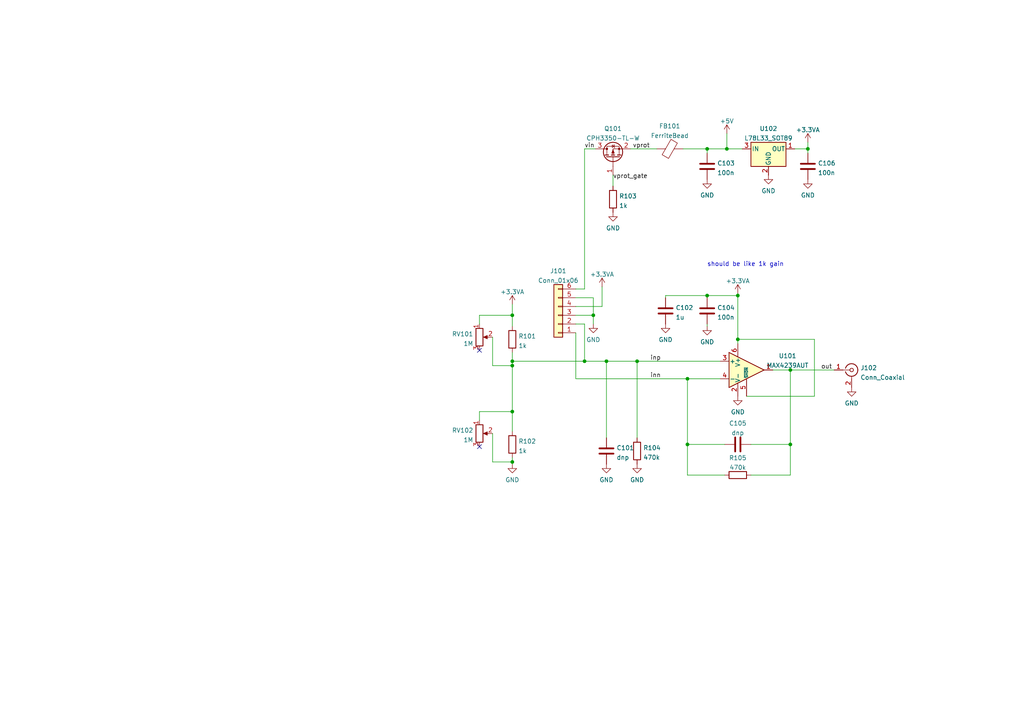
<source format=kicad_sch>
(kicad_sch (version 20211123) (generator eeschema)

  (uuid e63e39d7-6ac0-4ffd-8aa3-1841a4541b55)

  (paper "A4")

  (lib_symbols
    (symbol "Amplifier_Operational:MAX4239AUT" (pin_names (offset 0.127)) (in_bom yes) (on_board yes)
      (property "Reference" "U" (id 0) (at 0 6.35 0)
        (effects (font (size 1.27 1.27)) (justify left))
      )
      (property "Value" "MAX4239AUT" (id 1) (at 0 3.81 0)
        (effects (font (size 1.27 1.27)) (justify left))
      )
      (property "Footprint" "Package_TO_SOT_SMD:SOT-23-6" (id 2) (at 0 0 0)
        (effects (font (size 1.27 1.27)) hide)
      )
      (property "Datasheet" "http://datasheets.maximintegrated.com/en/ds/MAX4238-MAX4239.pdf" (id 3) (at 3.81 3.81 0)
        (effects (font (size 1.27 1.27)) hide)
      )
      (property "ki_keywords" "single opamp" (id 4) (at 0 0 0)
        (effects (font (size 1.27 1.27)) hide)
      )
      (property "ki_description" "Ultra-Low Offset/Drift, Low-Noise, Precision Amplifiers, SOT-23-6" (id 5) (at 0 0 0)
        (effects (font (size 1.27 1.27)) hide)
      )
      (property "ki_fp_filters" "SOT?23*" (id 6) (at 0 0 0)
        (effects (font (size 1.27 1.27)) hide)
      )
      (symbol "MAX4239AUT_0_1"
        (polyline
          (pts
            (xy -5.08 5.08)
            (xy 5.08 0)
            (xy -5.08 -5.08)
            (xy -5.08 5.08)
          )
          (stroke (width 0.254) (type default) (color 0 0 0 0))
          (fill (type background))
        )
      )
      (symbol "MAX4239AUT_1_1"
        (pin output line (at 7.62 0 180) (length 2.54)
          (name "~" (effects (font (size 1.27 1.27))))
          (number "1" (effects (font (size 1.27 1.27))))
        )
        (pin power_in line (at -2.54 -7.62 90) (length 3.81)
          (name "V-" (effects (font (size 1.27 1.27))))
          (number "2" (effects (font (size 1.27 1.27))))
        )
        (pin input line (at -7.62 2.54 0) (length 2.54)
          (name "+" (effects (font (size 1.27 1.27))))
          (number "3" (effects (font (size 1.27 1.27))))
        )
        (pin input line (at -7.62 -2.54 0) (length 2.54)
          (name "-" (effects (font (size 1.27 1.27))))
          (number "4" (effects (font (size 1.27 1.27))))
        )
        (pin input line (at 0 -7.62 90) (length 5.08)
          (name "~{SHDN}" (effects (font (size 0.762 0.762))))
          (number "5" (effects (font (size 1.27 1.27))))
        )
        (pin power_in line (at -2.54 7.62 270) (length 3.81)
          (name "V+" (effects (font (size 1.27 1.27))))
          (number "6" (effects (font (size 1.27 1.27))))
        )
      )
    )
    (symbol "Connector:Conn_Coaxial" (pin_names (offset 1.016) hide) (in_bom yes) (on_board yes)
      (property "Reference" "J" (id 0) (at 0.254 3.048 0)
        (effects (font (size 1.27 1.27)))
      )
      (property "Value" "Conn_Coaxial" (id 1) (at 2.921 0 90)
        (effects (font (size 1.27 1.27)))
      )
      (property "Footprint" "" (id 2) (at 0 0 0)
        (effects (font (size 1.27 1.27)) hide)
      )
      (property "Datasheet" " ~" (id 3) (at 0 0 0)
        (effects (font (size 1.27 1.27)) hide)
      )
      (property "ki_keywords" "BNC SMA SMB SMC LEMO coaxial connector CINCH RCA" (id 4) (at 0 0 0)
        (effects (font (size 1.27 1.27)) hide)
      )
      (property "ki_description" "coaxial connector (BNC, SMA, SMB, SMC, Cinch/RCA, LEMO, ...)" (id 5) (at 0 0 0)
        (effects (font (size 1.27 1.27)) hide)
      )
      (property "ki_fp_filters" "*BNC* *SMA* *SMB* *SMC* *Cinch* *LEMO*" (id 6) (at 0 0 0)
        (effects (font (size 1.27 1.27)) hide)
      )
      (symbol "Conn_Coaxial_0_1"
        (arc (start -1.778 -0.508) (mid 0.222 -1.808) (end 1.778 0)
          (stroke (width 0.254) (type default) (color 0 0 0 0))
          (fill (type none))
        )
        (polyline
          (pts
            (xy -2.54 0)
            (xy -0.508 0)
          )
          (stroke (width 0) (type default) (color 0 0 0 0))
          (fill (type none))
        )
        (polyline
          (pts
            (xy 0 -2.54)
            (xy 0 -1.778)
          )
          (stroke (width 0) (type default) (color 0 0 0 0))
          (fill (type none))
        )
        (circle (center 0 0) (radius 0.508)
          (stroke (width 0.2032) (type default) (color 0 0 0 0))
          (fill (type none))
        )
        (arc (start 1.778 0) (mid 0.222 1.8083) (end -1.778 0.508)
          (stroke (width 0.254) (type default) (color 0 0 0 0))
          (fill (type none))
        )
      )
      (symbol "Conn_Coaxial_1_1"
        (pin passive line (at -5.08 0 0) (length 2.54)
          (name "In" (effects (font (size 1.27 1.27))))
          (number "1" (effects (font (size 1.27 1.27))))
        )
        (pin passive line (at 0 -5.08 90) (length 2.54)
          (name "Ext" (effects (font (size 1.27 1.27))))
          (number "2" (effects (font (size 1.27 1.27))))
        )
      )
    )
    (symbol "Connector_Generic:Conn_01x06" (pin_names (offset 1.016) hide) (in_bom yes) (on_board yes)
      (property "Reference" "J" (id 0) (at 0 7.62 0)
        (effects (font (size 1.27 1.27)))
      )
      (property "Value" "Conn_01x06" (id 1) (at 0 -10.16 0)
        (effects (font (size 1.27 1.27)))
      )
      (property "Footprint" "" (id 2) (at 0 0 0)
        (effects (font (size 1.27 1.27)) hide)
      )
      (property "Datasheet" "~" (id 3) (at 0 0 0)
        (effects (font (size 1.27 1.27)) hide)
      )
      (property "ki_keywords" "connector" (id 4) (at 0 0 0)
        (effects (font (size 1.27 1.27)) hide)
      )
      (property "ki_description" "Generic connector, single row, 01x06, script generated (kicad-library-utils/schlib/autogen/connector/)" (id 5) (at 0 0 0)
        (effects (font (size 1.27 1.27)) hide)
      )
      (property "ki_fp_filters" "Connector*:*_1x??_*" (id 6) (at 0 0 0)
        (effects (font (size 1.27 1.27)) hide)
      )
      (symbol "Conn_01x06_1_1"
        (rectangle (start -1.27 -7.493) (end 0 -7.747)
          (stroke (width 0.1524) (type default) (color 0 0 0 0))
          (fill (type none))
        )
        (rectangle (start -1.27 -4.953) (end 0 -5.207)
          (stroke (width 0.1524) (type default) (color 0 0 0 0))
          (fill (type none))
        )
        (rectangle (start -1.27 -2.413) (end 0 -2.667)
          (stroke (width 0.1524) (type default) (color 0 0 0 0))
          (fill (type none))
        )
        (rectangle (start -1.27 0.127) (end 0 -0.127)
          (stroke (width 0.1524) (type default) (color 0 0 0 0))
          (fill (type none))
        )
        (rectangle (start -1.27 2.667) (end 0 2.413)
          (stroke (width 0.1524) (type default) (color 0 0 0 0))
          (fill (type none))
        )
        (rectangle (start -1.27 5.207) (end 0 4.953)
          (stroke (width 0.1524) (type default) (color 0 0 0 0))
          (fill (type none))
        )
        (rectangle (start -1.27 6.35) (end 1.27 -8.89)
          (stroke (width 0.254) (type default) (color 0 0 0 0))
          (fill (type background))
        )
        (pin passive line (at -5.08 5.08 0) (length 3.81)
          (name "Pin_1" (effects (font (size 1.27 1.27))))
          (number "1" (effects (font (size 1.27 1.27))))
        )
        (pin passive line (at -5.08 2.54 0) (length 3.81)
          (name "Pin_2" (effects (font (size 1.27 1.27))))
          (number "2" (effects (font (size 1.27 1.27))))
        )
        (pin passive line (at -5.08 0 0) (length 3.81)
          (name "Pin_3" (effects (font (size 1.27 1.27))))
          (number "3" (effects (font (size 1.27 1.27))))
        )
        (pin passive line (at -5.08 -2.54 0) (length 3.81)
          (name "Pin_4" (effects (font (size 1.27 1.27))))
          (number "4" (effects (font (size 1.27 1.27))))
        )
        (pin passive line (at -5.08 -5.08 0) (length 3.81)
          (name "Pin_5" (effects (font (size 1.27 1.27))))
          (number "5" (effects (font (size 1.27 1.27))))
        )
        (pin passive line (at -5.08 -7.62 0) (length 3.81)
          (name "Pin_6" (effects (font (size 1.27 1.27))))
          (number "6" (effects (font (size 1.27 1.27))))
        )
      )
    )
    (symbol "Device:C" (pin_numbers hide) (pin_names (offset 0.254)) (in_bom yes) (on_board yes)
      (property "Reference" "C" (id 0) (at 0.635 2.54 0)
        (effects (font (size 1.27 1.27)) (justify left))
      )
      (property "Value" "C" (id 1) (at 0.635 -2.54 0)
        (effects (font (size 1.27 1.27)) (justify left))
      )
      (property "Footprint" "" (id 2) (at 0.9652 -3.81 0)
        (effects (font (size 1.27 1.27)) hide)
      )
      (property "Datasheet" "~" (id 3) (at 0 0 0)
        (effects (font (size 1.27 1.27)) hide)
      )
      (property "ki_keywords" "cap capacitor" (id 4) (at 0 0 0)
        (effects (font (size 1.27 1.27)) hide)
      )
      (property "ki_description" "Unpolarized capacitor" (id 5) (at 0 0 0)
        (effects (font (size 1.27 1.27)) hide)
      )
      (property "ki_fp_filters" "C_*" (id 6) (at 0 0 0)
        (effects (font (size 1.27 1.27)) hide)
      )
      (symbol "C_0_1"
        (polyline
          (pts
            (xy -2.032 -0.762)
            (xy 2.032 -0.762)
          )
          (stroke (width 0.508) (type default) (color 0 0 0 0))
          (fill (type none))
        )
        (polyline
          (pts
            (xy -2.032 0.762)
            (xy 2.032 0.762)
          )
          (stroke (width 0.508) (type default) (color 0 0 0 0))
          (fill (type none))
        )
      )
      (symbol "C_1_1"
        (pin passive line (at 0 3.81 270) (length 2.794)
          (name "~" (effects (font (size 1.27 1.27))))
          (number "1" (effects (font (size 1.27 1.27))))
        )
        (pin passive line (at 0 -3.81 90) (length 2.794)
          (name "~" (effects (font (size 1.27 1.27))))
          (number "2" (effects (font (size 1.27 1.27))))
        )
      )
    )
    (symbol "Device:FerriteBead" (pin_numbers hide) (pin_names (offset 0)) (in_bom yes) (on_board yes)
      (property "Reference" "FB" (id 0) (at -3.81 0.635 90)
        (effects (font (size 1.27 1.27)))
      )
      (property "Value" "FerriteBead" (id 1) (at 3.81 0 90)
        (effects (font (size 1.27 1.27)))
      )
      (property "Footprint" "" (id 2) (at -1.778 0 90)
        (effects (font (size 1.27 1.27)) hide)
      )
      (property "Datasheet" "~" (id 3) (at 0 0 0)
        (effects (font (size 1.27 1.27)) hide)
      )
      (property "ki_keywords" "L ferrite bead inductor filter" (id 4) (at 0 0 0)
        (effects (font (size 1.27 1.27)) hide)
      )
      (property "ki_description" "Ferrite bead" (id 5) (at 0 0 0)
        (effects (font (size 1.27 1.27)) hide)
      )
      (property "ki_fp_filters" "Inductor_* L_* *Ferrite*" (id 6) (at 0 0 0)
        (effects (font (size 1.27 1.27)) hide)
      )
      (symbol "FerriteBead_0_1"
        (polyline
          (pts
            (xy 0 -1.27)
            (xy 0 -1.2192)
          )
          (stroke (width 0) (type default) (color 0 0 0 0))
          (fill (type none))
        )
        (polyline
          (pts
            (xy 0 1.27)
            (xy 0 1.2954)
          )
          (stroke (width 0) (type default) (color 0 0 0 0))
          (fill (type none))
        )
        (polyline
          (pts
            (xy -2.7686 0.4064)
            (xy -1.7018 2.2606)
            (xy 2.7686 -0.3048)
            (xy 1.6764 -2.159)
            (xy -2.7686 0.4064)
          )
          (stroke (width 0) (type default) (color 0 0 0 0))
          (fill (type none))
        )
      )
      (symbol "FerriteBead_1_1"
        (pin passive line (at 0 3.81 270) (length 2.54)
          (name "~" (effects (font (size 1.27 1.27))))
          (number "1" (effects (font (size 1.27 1.27))))
        )
        (pin passive line (at 0 -3.81 90) (length 2.54)
          (name "~" (effects (font (size 1.27 1.27))))
          (number "2" (effects (font (size 1.27 1.27))))
        )
      )
    )
    (symbol "Device:Q_PMOS_GSD" (pin_names (offset 0) hide) (in_bom yes) (on_board yes)
      (property "Reference" "Q" (id 0) (at 5.08 1.27 0)
        (effects (font (size 1.27 1.27)) (justify left))
      )
      (property "Value" "Q_PMOS_GSD" (id 1) (at 5.08 -1.27 0)
        (effects (font (size 1.27 1.27)) (justify left))
      )
      (property "Footprint" "" (id 2) (at 5.08 2.54 0)
        (effects (font (size 1.27 1.27)) hide)
      )
      (property "Datasheet" "~" (id 3) (at 0 0 0)
        (effects (font (size 1.27 1.27)) hide)
      )
      (property "ki_keywords" "transistor PMOS P-MOS P-MOSFET" (id 4) (at 0 0 0)
        (effects (font (size 1.27 1.27)) hide)
      )
      (property "ki_description" "P-MOSFET transistor, gate/source/drain" (id 5) (at 0 0 0)
        (effects (font (size 1.27 1.27)) hide)
      )
      (symbol "Q_PMOS_GSD_0_1"
        (polyline
          (pts
            (xy 0.254 0)
            (xy -2.54 0)
          )
          (stroke (width 0) (type default) (color 0 0 0 0))
          (fill (type none))
        )
        (polyline
          (pts
            (xy 0.254 1.905)
            (xy 0.254 -1.905)
          )
          (stroke (width 0.254) (type default) (color 0 0 0 0))
          (fill (type none))
        )
        (polyline
          (pts
            (xy 0.762 -1.27)
            (xy 0.762 -2.286)
          )
          (stroke (width 0.254) (type default) (color 0 0 0 0))
          (fill (type none))
        )
        (polyline
          (pts
            (xy 0.762 0.508)
            (xy 0.762 -0.508)
          )
          (stroke (width 0.254) (type default) (color 0 0 0 0))
          (fill (type none))
        )
        (polyline
          (pts
            (xy 0.762 2.286)
            (xy 0.762 1.27)
          )
          (stroke (width 0.254) (type default) (color 0 0 0 0))
          (fill (type none))
        )
        (polyline
          (pts
            (xy 2.54 2.54)
            (xy 2.54 1.778)
          )
          (stroke (width 0) (type default) (color 0 0 0 0))
          (fill (type none))
        )
        (polyline
          (pts
            (xy 2.54 -2.54)
            (xy 2.54 0)
            (xy 0.762 0)
          )
          (stroke (width 0) (type default) (color 0 0 0 0))
          (fill (type none))
        )
        (polyline
          (pts
            (xy 0.762 1.778)
            (xy 3.302 1.778)
            (xy 3.302 -1.778)
            (xy 0.762 -1.778)
          )
          (stroke (width 0) (type default) (color 0 0 0 0))
          (fill (type none))
        )
        (polyline
          (pts
            (xy 2.286 0)
            (xy 1.27 0.381)
            (xy 1.27 -0.381)
            (xy 2.286 0)
          )
          (stroke (width 0) (type default) (color 0 0 0 0))
          (fill (type outline))
        )
        (polyline
          (pts
            (xy 2.794 -0.508)
            (xy 2.921 -0.381)
            (xy 3.683 -0.381)
            (xy 3.81 -0.254)
          )
          (stroke (width 0) (type default) (color 0 0 0 0))
          (fill (type none))
        )
        (polyline
          (pts
            (xy 3.302 -0.381)
            (xy 2.921 0.254)
            (xy 3.683 0.254)
            (xy 3.302 -0.381)
          )
          (stroke (width 0) (type default) (color 0 0 0 0))
          (fill (type none))
        )
        (circle (center 1.651 0) (radius 2.794)
          (stroke (width 0.254) (type default) (color 0 0 0 0))
          (fill (type none))
        )
        (circle (center 2.54 -1.778) (radius 0.254)
          (stroke (width 0) (type default) (color 0 0 0 0))
          (fill (type outline))
        )
        (circle (center 2.54 1.778) (radius 0.254)
          (stroke (width 0) (type default) (color 0 0 0 0))
          (fill (type outline))
        )
      )
      (symbol "Q_PMOS_GSD_1_1"
        (pin input line (at -5.08 0 0) (length 2.54)
          (name "G" (effects (font (size 1.27 1.27))))
          (number "1" (effects (font (size 1.27 1.27))))
        )
        (pin passive line (at 2.54 -5.08 90) (length 2.54)
          (name "S" (effects (font (size 1.27 1.27))))
          (number "2" (effects (font (size 1.27 1.27))))
        )
        (pin passive line (at 2.54 5.08 270) (length 2.54)
          (name "D" (effects (font (size 1.27 1.27))))
          (number "3" (effects (font (size 1.27 1.27))))
        )
      )
    )
    (symbol "Device:R" (pin_numbers hide) (pin_names (offset 0)) (in_bom yes) (on_board yes)
      (property "Reference" "R" (id 0) (at 2.032 0 90)
        (effects (font (size 1.27 1.27)))
      )
      (property "Value" "R" (id 1) (at 0 0 90)
        (effects (font (size 1.27 1.27)))
      )
      (property "Footprint" "" (id 2) (at -1.778 0 90)
        (effects (font (size 1.27 1.27)) hide)
      )
      (property "Datasheet" "~" (id 3) (at 0 0 0)
        (effects (font (size 1.27 1.27)) hide)
      )
      (property "ki_keywords" "R res resistor" (id 4) (at 0 0 0)
        (effects (font (size 1.27 1.27)) hide)
      )
      (property "ki_description" "Resistor" (id 5) (at 0 0 0)
        (effects (font (size 1.27 1.27)) hide)
      )
      (property "ki_fp_filters" "R_*" (id 6) (at 0 0 0)
        (effects (font (size 1.27 1.27)) hide)
      )
      (symbol "R_0_1"
        (rectangle (start -1.016 -2.54) (end 1.016 2.54)
          (stroke (width 0.254) (type default) (color 0 0 0 0))
          (fill (type none))
        )
      )
      (symbol "R_1_1"
        (pin passive line (at 0 3.81 270) (length 1.27)
          (name "~" (effects (font (size 1.27 1.27))))
          (number "1" (effects (font (size 1.27 1.27))))
        )
        (pin passive line (at 0 -3.81 90) (length 1.27)
          (name "~" (effects (font (size 1.27 1.27))))
          (number "2" (effects (font (size 1.27 1.27))))
        )
      )
    )
    (symbol "Device:R_Potentiometer" (pin_names (offset 1.016) hide) (in_bom yes) (on_board yes)
      (property "Reference" "RV" (id 0) (at -4.445 0 90)
        (effects (font (size 1.27 1.27)))
      )
      (property "Value" "R_Potentiometer" (id 1) (at -2.54 0 90)
        (effects (font (size 1.27 1.27)))
      )
      (property "Footprint" "" (id 2) (at 0 0 0)
        (effects (font (size 1.27 1.27)) hide)
      )
      (property "Datasheet" "~" (id 3) (at 0 0 0)
        (effects (font (size 1.27 1.27)) hide)
      )
      (property "ki_keywords" "resistor variable" (id 4) (at 0 0 0)
        (effects (font (size 1.27 1.27)) hide)
      )
      (property "ki_description" "Potentiometer" (id 5) (at 0 0 0)
        (effects (font (size 1.27 1.27)) hide)
      )
      (property "ki_fp_filters" "Potentiometer*" (id 6) (at 0 0 0)
        (effects (font (size 1.27 1.27)) hide)
      )
      (symbol "R_Potentiometer_0_1"
        (polyline
          (pts
            (xy 2.54 0)
            (xy 1.524 0)
          )
          (stroke (width 0) (type default) (color 0 0 0 0))
          (fill (type none))
        )
        (polyline
          (pts
            (xy 1.143 0)
            (xy 2.286 0.508)
            (xy 2.286 -0.508)
            (xy 1.143 0)
          )
          (stroke (width 0) (type default) (color 0 0 0 0))
          (fill (type outline))
        )
        (rectangle (start 1.016 2.54) (end -1.016 -2.54)
          (stroke (width 0.254) (type default) (color 0 0 0 0))
          (fill (type none))
        )
      )
      (symbol "R_Potentiometer_1_1"
        (pin passive line (at 0 3.81 270) (length 1.27)
          (name "1" (effects (font (size 1.27 1.27))))
          (number "1" (effects (font (size 1.27 1.27))))
        )
        (pin passive line (at 3.81 0 180) (length 1.27)
          (name "2" (effects (font (size 1.27 1.27))))
          (number "2" (effects (font (size 1.27 1.27))))
        )
        (pin passive line (at 0 -3.81 90) (length 1.27)
          (name "3" (effects (font (size 1.27 1.27))))
          (number "3" (effects (font (size 1.27 1.27))))
        )
      )
    )
    (symbol "Regulator_Linear:L78L33_SOT89" (pin_names (offset 0.254)) (in_bom yes) (on_board yes)
      (property "Reference" "U" (id 0) (at -3.81 3.175 0)
        (effects (font (size 1.27 1.27)))
      )
      (property "Value" "L78L33_SOT89" (id 1) (at -0.635 3.175 0)
        (effects (font (size 1.27 1.27)) (justify left))
      )
      (property "Footprint" "Package_TO_SOT_SMD:SOT-89-3" (id 2) (at 0 5.08 0)
        (effects (font (size 1.27 1.27) italic) hide)
      )
      (property "Datasheet" "http://www.st.com/content/ccc/resource/technical/document/datasheet/15/55/e5/aa/23/5b/43/fd/CD00000446.pdf/files/CD00000446.pdf/jcr:content/translations/en.CD00000446.pdf" (id 3) (at 0 -1.27 0)
        (effects (font (size 1.27 1.27)) hide)
      )
      (property "ki_keywords" "Voltage Regulator 100mA Positive" (id 4) (at 0 0 0)
        (effects (font (size 1.27 1.27)) hide)
      )
      (property "ki_description" "Positive 100mA 30V Linear Regulator, Fixed Output 3.3V, SOT-89" (id 5) (at 0 0 0)
        (effects (font (size 1.27 1.27)) hide)
      )
      (property "ki_fp_filters" "SOT?89*" (id 6) (at 0 0 0)
        (effects (font (size 1.27 1.27)) hide)
      )
      (symbol "L78L33_SOT89_0_1"
        (rectangle (start -5.08 1.905) (end 5.08 -5.08)
          (stroke (width 0.254) (type default) (color 0 0 0 0))
          (fill (type background))
        )
      )
      (symbol "L78L33_SOT89_1_1"
        (pin power_out line (at 7.62 0 180) (length 2.54)
          (name "OUT" (effects (font (size 1.27 1.27))))
          (number "1" (effects (font (size 1.27 1.27))))
        )
        (pin power_in line (at 0 -7.62 90) (length 2.54)
          (name "GND" (effects (font (size 1.27 1.27))))
          (number "2" (effects (font (size 1.27 1.27))))
        )
        (pin power_in line (at -7.62 0 0) (length 2.54)
          (name "IN" (effects (font (size 1.27 1.27))))
          (number "3" (effects (font (size 1.27 1.27))))
        )
      )
    )
    (symbol "power:+3.3VA" (power) (pin_names (offset 0)) (in_bom yes) (on_board yes)
      (property "Reference" "#PWR" (id 0) (at 0 -3.81 0)
        (effects (font (size 1.27 1.27)) hide)
      )
      (property "Value" "+3.3VA" (id 1) (at 0 3.556 0)
        (effects (font (size 1.27 1.27)))
      )
      (property "Footprint" "" (id 2) (at 0 0 0)
        (effects (font (size 1.27 1.27)) hide)
      )
      (property "Datasheet" "" (id 3) (at 0 0 0)
        (effects (font (size 1.27 1.27)) hide)
      )
      (property "ki_keywords" "power-flag" (id 4) (at 0 0 0)
        (effects (font (size 1.27 1.27)) hide)
      )
      (property "ki_description" "Power symbol creates a global label with name \"+3.3VA\"" (id 5) (at 0 0 0)
        (effects (font (size 1.27 1.27)) hide)
      )
      (symbol "+3.3VA_0_1"
        (polyline
          (pts
            (xy -0.762 1.27)
            (xy 0 2.54)
          )
          (stroke (width 0) (type default) (color 0 0 0 0))
          (fill (type none))
        )
        (polyline
          (pts
            (xy 0 0)
            (xy 0 2.54)
          )
          (stroke (width 0) (type default) (color 0 0 0 0))
          (fill (type none))
        )
        (polyline
          (pts
            (xy 0 2.54)
            (xy 0.762 1.27)
          )
          (stroke (width 0) (type default) (color 0 0 0 0))
          (fill (type none))
        )
      )
      (symbol "+3.3VA_1_1"
        (pin power_in line (at 0 0 90) (length 0) hide
          (name "+3.3VA" (effects (font (size 1.27 1.27))))
          (number "1" (effects (font (size 1.27 1.27))))
        )
      )
    )
    (symbol "power:+5V" (power) (pin_names (offset 0)) (in_bom yes) (on_board yes)
      (property "Reference" "#PWR" (id 0) (at 0 -3.81 0)
        (effects (font (size 1.27 1.27)) hide)
      )
      (property "Value" "+5V" (id 1) (at 0 3.556 0)
        (effects (font (size 1.27 1.27)))
      )
      (property "Footprint" "" (id 2) (at 0 0 0)
        (effects (font (size 1.27 1.27)) hide)
      )
      (property "Datasheet" "" (id 3) (at 0 0 0)
        (effects (font (size 1.27 1.27)) hide)
      )
      (property "ki_keywords" "power-flag" (id 4) (at 0 0 0)
        (effects (font (size 1.27 1.27)) hide)
      )
      (property "ki_description" "Power symbol creates a global label with name \"+5V\"" (id 5) (at 0 0 0)
        (effects (font (size 1.27 1.27)) hide)
      )
      (symbol "+5V_0_1"
        (polyline
          (pts
            (xy -0.762 1.27)
            (xy 0 2.54)
          )
          (stroke (width 0) (type default) (color 0 0 0 0))
          (fill (type none))
        )
        (polyline
          (pts
            (xy 0 0)
            (xy 0 2.54)
          )
          (stroke (width 0) (type default) (color 0 0 0 0))
          (fill (type none))
        )
        (polyline
          (pts
            (xy 0 2.54)
            (xy 0.762 1.27)
          )
          (stroke (width 0) (type default) (color 0 0 0 0))
          (fill (type none))
        )
      )
      (symbol "+5V_1_1"
        (pin power_in line (at 0 0 90) (length 0) hide
          (name "+5V" (effects (font (size 1.27 1.27))))
          (number "1" (effects (font (size 1.27 1.27))))
        )
      )
    )
    (symbol "power:GND" (power) (pin_names (offset 0)) (in_bom yes) (on_board yes)
      (property "Reference" "#PWR" (id 0) (at 0 -6.35 0)
        (effects (font (size 1.27 1.27)) hide)
      )
      (property "Value" "GND" (id 1) (at 0 -3.81 0)
        (effects (font (size 1.27 1.27)))
      )
      (property "Footprint" "" (id 2) (at 0 0 0)
        (effects (font (size 1.27 1.27)) hide)
      )
      (property "Datasheet" "" (id 3) (at 0 0 0)
        (effects (font (size 1.27 1.27)) hide)
      )
      (property "ki_keywords" "power-flag" (id 4) (at 0 0 0)
        (effects (font (size 1.27 1.27)) hide)
      )
      (property "ki_description" "Power symbol creates a global label with name \"GND\" , ground" (id 5) (at 0 0 0)
        (effects (font (size 1.27 1.27)) hide)
      )
      (symbol "GND_0_1"
        (polyline
          (pts
            (xy 0 0)
            (xy 0 -1.27)
            (xy 1.27 -1.27)
            (xy 0 -2.54)
            (xy -1.27 -1.27)
            (xy 0 -1.27)
          )
          (stroke (width 0) (type default) (color 0 0 0 0))
          (fill (type none))
        )
      )
      (symbol "GND_1_1"
        (pin power_in line (at 0 0 270) (length 0) hide
          (name "GND" (effects (font (size 1.27 1.27))))
          (number "1" (effects (font (size 1.27 1.27))))
        )
      )
    )
  )

  (junction (at 148.59 106.045) (diameter 0) (color 0 0 0 0)
    (uuid 02b3e256-3e9e-4a9d-913d-fe2e26b8a779)
  )
  (junction (at 184.785 104.775) (diameter 0) (color 0 0 0 0)
    (uuid 04cab4bc-5a7d-463d-895b-01a1eb2b8f4d)
  )
  (junction (at 234.315 43.18) (diameter 0) (color 0 0 0 0)
    (uuid 1a8c4807-51ee-4184-99a5-8ca606ef9a04)
  )
  (junction (at 175.895 104.775) (diameter 0) (color 0 0 0 0)
    (uuid 1f9e8796-03f3-415e-b7de-3e050e7c8a8d)
  )
  (junction (at 148.59 104.775) (diameter 0) (color 0 0 0 0)
    (uuid 25858bcb-d504-42e2-af47-1d4ab2e897db)
  )
  (junction (at 148.59 119.38) (diameter 0) (color 0 0 0 0)
    (uuid 2ddeea24-1e04-4463-b190-00e8f00169aa)
  )
  (junction (at 148.59 91.44) (diameter 0) (color 0 0 0 0)
    (uuid 3b0f90e8-57d9-42d7-85e4-9d338a5720fc)
  )
  (junction (at 210.82 43.18) (diameter 0) (color 0 0 0 0)
    (uuid 4c564ede-e039-473b-ad0e-2f4fbd8eee83)
  )
  (junction (at 199.39 128.905) (diameter 0) (color 0 0 0 0)
    (uuid 513a87a9-0baf-4449-929d-7d0b88d536d3)
  )
  (junction (at 172.085 91.44) (diameter 0) (color 0 0 0 0)
    (uuid 514c6b10-643c-4ab6-b9f4-7f4198e7eafa)
  )
  (junction (at 205.105 43.18) (diameter 0) (color 0 0 0 0)
    (uuid 558c51b3-5a50-4dfc-b3fb-8cd54beec97f)
  )
  (junction (at 229.235 128.905) (diameter 0) (color 0 0 0 0)
    (uuid 58a935e0-51bc-4ee8-80fc-81074887d456)
  )
  (junction (at 148.59 133.985) (diameter 0) (color 0 0 0 0)
    (uuid 67b8440d-5b5a-4301-b0e7-1911ac31fa55)
  )
  (junction (at 199.39 109.855) (diameter 0) (color 0 0 0 0)
    (uuid 8fbea2a9-6b20-41cb-a212-4b8f4dd71210)
  )
  (junction (at 213.995 98.425) (diameter 0) (color 0 0 0 0)
    (uuid a2870a46-18a9-4c3f-9617-2b7743f82363)
  )
  (junction (at 205.105 85.725) (diameter 0) (color 0 0 0 0)
    (uuid afd134e0-70da-4044-aded-c30f52da7035)
  )
  (junction (at 213.995 85.725) (diameter 0) (color 0 0 0 0)
    (uuid b12e3d1c-ca3c-4418-aa7b-42dd51df6cdd)
  )
  (junction (at 169.545 104.775) (diameter 0) (color 0 0 0 0)
    (uuid cecd21e1-07b5-4692-95bd-68eaff88c59a)
  )
  (junction (at 229.235 107.315) (diameter 0) (color 0 0 0 0)
    (uuid ff2185ff-5877-48fb-a4ef-feeaf7ae21db)
  )

  (no_connect (at 139.065 101.6) (uuid 9611124b-0f3a-428f-9feb-f748205448f2))
  (no_connect (at 139.065 129.54) (uuid 9bab43ec-e08b-4c64-a633-e90056394cd5))

  (wire (pts (xy 148.59 133.985) (xy 148.59 134.62))
    (stroke (width 0) (type default) (color 0 0 0 0))
    (uuid 016a6d1d-b9f2-4ba2-b09d-396f817b890e)
  )
  (wire (pts (xy 148.59 88.265) (xy 148.59 91.44))
    (stroke (width 0) (type default) (color 0 0 0 0))
    (uuid 080b6e12-2ff2-4d50-83f7-4f249bc65a95)
  )
  (wire (pts (xy 169.545 43.18) (xy 172.72 43.18))
    (stroke (width 0) (type default) (color 0 0 0 0))
    (uuid 08a29e36-283d-41fe-bc47-0d9e3f7edca0)
  )
  (wire (pts (xy 217.805 128.905) (xy 229.235 128.905))
    (stroke (width 0) (type default) (color 0 0 0 0))
    (uuid 0a5ddeaa-5263-49ff-8464-d8246daa15f7)
  )
  (wire (pts (xy 184.785 104.775) (xy 208.915 104.775))
    (stroke (width 0) (type default) (color 0 0 0 0))
    (uuid 0be3aaad-5dce-4325-8363-461f8f676fab)
  )
  (wire (pts (xy 148.59 104.775) (xy 169.545 104.775))
    (stroke (width 0) (type default) (color 0 0 0 0))
    (uuid 14287eae-282b-4ba3-a881-f6ef563fcaed)
  )
  (wire (pts (xy 169.545 104.775) (xy 175.895 104.775))
    (stroke (width 0) (type default) (color 0 0 0 0))
    (uuid 2899bdf7-50a7-4394-9da6-8fd35113301a)
  )
  (wire (pts (xy 234.315 41.275) (xy 234.315 43.18))
    (stroke (width 0) (type default) (color 0 0 0 0))
    (uuid 33e0e933-7271-4fd2-9fbb-71fc2a2a02fd)
  )
  (wire (pts (xy 224.155 107.315) (xy 229.235 107.315))
    (stroke (width 0) (type default) (color 0 0 0 0))
    (uuid 33f5f03d-0b5f-4814-a910-fe385e2b67e8)
  )
  (wire (pts (xy 184.785 104.775) (xy 175.895 104.775))
    (stroke (width 0) (type default) (color 0 0 0 0))
    (uuid 39a82c3a-63e2-4050-b582-1808a47ae031)
  )
  (wire (pts (xy 169.545 83.82) (xy 169.545 43.18))
    (stroke (width 0) (type default) (color 0 0 0 0))
    (uuid 4205b5cb-3da6-4d7d-82b0-16841cdee7c7)
  )
  (wire (pts (xy 172.085 91.44) (xy 172.085 93.98))
    (stroke (width 0) (type default) (color 0 0 0 0))
    (uuid 4335381c-bdc6-4559-be39-793a231a8060)
  )
  (wire (pts (xy 193.04 85.725) (xy 205.105 85.725))
    (stroke (width 0) (type default) (color 0 0 0 0))
    (uuid 45f6582e-5745-4ee6-9ca5-99d127cd7d3b)
  )
  (wire (pts (xy 199.39 128.905) (xy 210.185 128.905))
    (stroke (width 0) (type default) (color 0 0 0 0))
    (uuid 46852c85-88aa-421d-9126-b3e8769eb11c)
  )
  (wire (pts (xy 229.235 128.905) (xy 229.235 137.795))
    (stroke (width 0) (type default) (color 0 0 0 0))
    (uuid 491b00a6-2d07-45e7-b8c9-c8f8e675b339)
  )
  (wire (pts (xy 199.39 128.905) (xy 199.39 109.855))
    (stroke (width 0) (type default) (color 0 0 0 0))
    (uuid 4acb6903-d605-451b-8f31-fceadcb3d302)
  )
  (wire (pts (xy 167.005 88.9) (xy 174.625 88.9))
    (stroke (width 0) (type default) (color 0 0 0 0))
    (uuid 53d7a9ad-2f60-4bd0-a954-73dea6b4f5e3)
  )
  (wire (pts (xy 142.875 97.79) (xy 142.875 106.045))
    (stroke (width 0) (type default) (color 0 0 0 0))
    (uuid 5512f786-2f6a-46e4-8be4-96f2255d32ae)
  )
  (wire (pts (xy 148.59 104.775) (xy 148.59 106.045))
    (stroke (width 0) (type default) (color 0 0 0 0))
    (uuid 55867342-9142-4ba3-9bd7-5b007ce9d537)
  )
  (wire (pts (xy 175.895 104.775) (xy 175.895 127))
    (stroke (width 0) (type default) (color 0 0 0 0))
    (uuid 59675c85-853a-4af8-b346-dfcd3fa52b1e)
  )
  (wire (pts (xy 148.59 106.045) (xy 148.59 119.38))
    (stroke (width 0) (type default) (color 0 0 0 0))
    (uuid 5a792ef5-8fbd-4e08-8c36-3debf5da14e0)
  )
  (wire (pts (xy 148.59 119.38) (xy 139.065 119.38))
    (stroke (width 0) (type default) (color 0 0 0 0))
    (uuid 5aa11340-9719-48e6-a38b-20853d6f50b4)
  )
  (wire (pts (xy 205.105 94.615) (xy 205.105 93.98))
    (stroke (width 0) (type default) (color 0 0 0 0))
    (uuid 5dcc3715-6636-4cd7-b121-ae49c29e2b19)
  )
  (wire (pts (xy 167.005 83.82) (xy 169.545 83.82))
    (stroke (width 0) (type default) (color 0 0 0 0))
    (uuid 63686939-fd10-4a33-a367-c1fb6435c8ce)
  )
  (wire (pts (xy 213.995 85.09) (xy 213.995 85.725))
    (stroke (width 0) (type default) (color 0 0 0 0))
    (uuid 63ed38e6-35ec-4689-a46a-92f1ff63aef2)
  )
  (wire (pts (xy 213.995 85.725) (xy 213.995 98.425))
    (stroke (width 0) (type default) (color 0 0 0 0))
    (uuid 70274ae2-c41b-4436-8c39-7eb020925b43)
  )
  (wire (pts (xy 205.105 43.18) (xy 205.105 44.45))
    (stroke (width 0) (type default) (color 0 0 0 0))
    (uuid 7371030c-e749-4243-9d28-0ced56d1712a)
  )
  (wire (pts (xy 148.59 91.44) (xy 148.59 94.615))
    (stroke (width 0) (type default) (color 0 0 0 0))
    (uuid 7b7479b1-77f0-474e-82b9-aa50d3508247)
  )
  (wire (pts (xy 229.235 107.315) (xy 229.235 128.905))
    (stroke (width 0) (type default) (color 0 0 0 0))
    (uuid 80ca4f6c-82e2-4556-b49c-7775e2488820)
  )
  (wire (pts (xy 172.085 86.36) (xy 172.085 91.44))
    (stroke (width 0) (type default) (color 0 0 0 0))
    (uuid 896728ce-ec00-4188-ad34-5edf3ea11ac2)
  )
  (wire (pts (xy 198.12 43.18) (xy 205.105 43.18))
    (stroke (width 0) (type default) (color 0 0 0 0))
    (uuid 8dbfbe80-45ef-4f6d-967e-7a61585412c0)
  )
  (wire (pts (xy 216.535 114.935) (xy 236.22 114.935))
    (stroke (width 0) (type default) (color 0 0 0 0))
    (uuid 8f139b25-baae-4af5-bc24-ebec26088004)
  )
  (wire (pts (xy 167.005 93.98) (xy 169.545 93.98))
    (stroke (width 0) (type default) (color 0 0 0 0))
    (uuid 93a9b75a-773f-4dac-938b-4fc4e2c4bc1a)
  )
  (wire (pts (xy 167.005 96.52) (xy 167.005 109.855))
    (stroke (width 0) (type default) (color 0 0 0 0))
    (uuid 951ceeeb-3348-45d1-9440-f179c5fef76b)
  )
  (wire (pts (xy 174.625 83.185) (xy 174.625 88.9))
    (stroke (width 0) (type default) (color 0 0 0 0))
    (uuid 9a063b19-e5f3-48b5-bbc2-933e767ffdb2)
  )
  (wire (pts (xy 205.105 43.18) (xy 210.82 43.18))
    (stroke (width 0) (type default) (color 0 0 0 0))
    (uuid 9b3a96f6-f800-4007-973f-923c87a791c6)
  )
  (wire (pts (xy 236.22 114.935) (xy 236.22 98.425))
    (stroke (width 0) (type default) (color 0 0 0 0))
    (uuid 9ce49419-e81b-4a32-b834-cf7946d715b0)
  )
  (wire (pts (xy 236.22 98.425) (xy 213.995 98.425))
    (stroke (width 0) (type default) (color 0 0 0 0))
    (uuid a0be2698-ea96-4daa-a18d-7ebc3407a696)
  )
  (wire (pts (xy 142.875 106.045) (xy 148.59 106.045))
    (stroke (width 0) (type default) (color 0 0 0 0))
    (uuid a37ef19f-0411-41b6-86b7-15e5f553168b)
  )
  (wire (pts (xy 199.39 109.855) (xy 208.915 109.855))
    (stroke (width 0) (type default) (color 0 0 0 0))
    (uuid a87c243f-015c-4b84-9cf2-4243425c76a4)
  )
  (wire (pts (xy 167.005 91.44) (xy 172.085 91.44))
    (stroke (width 0) (type default) (color 0 0 0 0))
    (uuid b1efc1cd-fb4b-4b0a-a8dc-9d9cbd554a4e)
  )
  (wire (pts (xy 205.105 86.36) (xy 205.105 85.725))
    (stroke (width 0) (type default) (color 0 0 0 0))
    (uuid b4792ea0-4f9f-4619-80d0-bcc10be192fb)
  )
  (wire (pts (xy 210.82 38.735) (xy 210.82 43.18))
    (stroke (width 0) (type default) (color 0 0 0 0))
    (uuid b5ccd461-2bb6-4e55-889d-c413ead53e97)
  )
  (wire (pts (xy 148.59 102.235) (xy 148.59 104.775))
    (stroke (width 0) (type default) (color 0 0 0 0))
    (uuid b5fac1a9-e8b1-4d2c-a8af-3672c122672e)
  )
  (wire (pts (xy 139.065 91.44) (xy 139.065 93.98))
    (stroke (width 0) (type default) (color 0 0 0 0))
    (uuid b6e601b1-7c21-4fe5-9016-660ea1befc02)
  )
  (wire (pts (xy 229.235 107.315) (xy 241.935 107.315))
    (stroke (width 0) (type default) (color 0 0 0 0))
    (uuid bb9a9e40-351e-49ab-8fa6-44fd39dea6d6)
  )
  (wire (pts (xy 199.39 137.795) (xy 199.39 128.905))
    (stroke (width 0) (type default) (color 0 0 0 0))
    (uuid bcbec62a-b110-4679-8dcc-f468a0f8d9ae)
  )
  (wire (pts (xy 182.88 43.18) (xy 190.5 43.18))
    (stroke (width 0) (type default) (color 0 0 0 0))
    (uuid bf34fcf9-ba8e-4099-b9a2-643878d8e952)
  )
  (wire (pts (xy 169.545 93.98) (xy 169.545 104.775))
    (stroke (width 0) (type default) (color 0 0 0 0))
    (uuid c1ef023d-27d1-4756-b182-2dc1af4e2a6a)
  )
  (wire (pts (xy 167.005 86.36) (xy 172.085 86.36))
    (stroke (width 0) (type default) (color 0 0 0 0))
    (uuid c995b93e-573e-41d8-a09c-9468e240752d)
  )
  (wire (pts (xy 230.505 43.18) (xy 234.315 43.18))
    (stroke (width 0) (type default) (color 0 0 0 0))
    (uuid ca078e73-7f39-4401-ab16-3d6bf2e2c4cd)
  )
  (wire (pts (xy 205.105 85.725) (xy 213.995 85.725))
    (stroke (width 0) (type default) (color 0 0 0 0))
    (uuid cd5e68be-7c50-4185-a37b-545c38d3ea77)
  )
  (wire (pts (xy 213.995 98.425) (xy 213.995 99.695))
    (stroke (width 0) (type default) (color 0 0 0 0))
    (uuid cd659793-5529-4b9d-827a-8580f962b13d)
  )
  (wire (pts (xy 234.315 43.18) (xy 234.315 44.45))
    (stroke (width 0) (type default) (color 0 0 0 0))
    (uuid d3ff16ad-199c-4151-b51d-a68d2ef279b4)
  )
  (wire (pts (xy 184.785 127) (xy 184.785 104.775))
    (stroke (width 0) (type default) (color 0 0 0 0))
    (uuid d5b09b73-a895-4b96-8a10-0e01e759043d)
  )
  (wire (pts (xy 193.04 86.36) (xy 193.04 85.725))
    (stroke (width 0) (type default) (color 0 0 0 0))
    (uuid d69ac59e-105c-4933-b786-ba57dc8f222c)
  )
  (wire (pts (xy 148.59 119.38) (xy 148.59 125.095))
    (stroke (width 0) (type default) (color 0 0 0 0))
    (uuid d6dbf148-16e8-45a4-9d65-5d8d88d18778)
  )
  (wire (pts (xy 210.185 137.795) (xy 199.39 137.795))
    (stroke (width 0) (type default) (color 0 0 0 0))
    (uuid db6baae4-17ac-4186-87ae-675a8f0ca2be)
  )
  (wire (pts (xy 148.59 132.715) (xy 148.59 133.985))
    (stroke (width 0) (type default) (color 0 0 0 0))
    (uuid e2543d1a-8781-433c-b032-3b753c942e5e)
  )
  (wire (pts (xy 167.005 109.855) (xy 199.39 109.855))
    (stroke (width 0) (type default) (color 0 0 0 0))
    (uuid ef24b87b-29d1-47e0-afb1-8d53404b62ba)
  )
  (wire (pts (xy 210.82 43.18) (xy 215.265 43.18))
    (stroke (width 0) (type default) (color 0 0 0 0))
    (uuid f4871192-3d6e-4ba5-ae25-e7a4ed75b3a2)
  )
  (wire (pts (xy 139.065 119.38) (xy 139.065 121.92))
    (stroke (width 0) (type default) (color 0 0 0 0))
    (uuid f488d56d-0f37-4cb1-9db5-ba24c3cb7a7d)
  )
  (wire (pts (xy 142.875 133.985) (xy 148.59 133.985))
    (stroke (width 0) (type default) (color 0 0 0 0))
    (uuid f63bd68e-58a6-4b07-9c1d-ce34a43cbebb)
  )
  (wire (pts (xy 148.59 91.44) (xy 139.065 91.44))
    (stroke (width 0) (type default) (color 0 0 0 0))
    (uuid f7355b20-73d0-445f-a849-791a50786f87)
  )
  (wire (pts (xy 142.875 125.73) (xy 142.875 133.985))
    (stroke (width 0) (type default) (color 0 0 0 0))
    (uuid f9b9498a-92c5-430b-8dec-86b1a3018a9f)
  )
  (wire (pts (xy 177.8 53.975) (xy 177.8 50.8))
    (stroke (width 0) (type default) (color 0 0 0 0))
    (uuid fa97481a-5193-43cd-abe2-47e079d81deb)
  )
  (wire (pts (xy 229.235 137.795) (xy 217.805 137.795))
    (stroke (width 0) (type default) (color 0 0 0 0))
    (uuid ff280c02-6976-404c-a421-cc11b2730fa1)
  )

  (text "should be like 1k gain" (at 205.105 77.47 0)
    (effects (font (size 1.27 1.27)) (justify left bottom))
    (uuid 9e1ff488-a1f4-4dd1-b3b9-fd1254162fa3)
  )

  (label "vprot_gate" (at 177.8 52.07 0)
    (effects (font (size 1.27 1.27)) (justify left bottom))
    (uuid 065ba5e7-9c98-4caf-8ba1-274358f96e32)
  )
  (label "vin" (at 169.545 43.18 0)
    (effects (font (size 1.27 1.27)) (justify left bottom))
    (uuid 3b217d50-6728-4164-a355-b2c229693e2c)
  )
  (label "inn" (at 188.595 109.855 0)
    (effects (font (size 1.27 1.27)) (justify left bottom))
    (uuid 98870ea9-ac2b-40a8-89d1-2dbba6f8a7fe)
  )
  (label "vprot" (at 183.515 43.18 0)
    (effects (font (size 1.27 1.27)) (justify left bottom))
    (uuid ea0cb58e-fc59-4e6e-bedf-f63fdcb72d2a)
  )
  (label "inp" (at 188.595 104.775 0)
    (effects (font (size 1.27 1.27)) (justify left bottom))
    (uuid f1e6a255-14c9-47cc-b959-804f0060add3)
  )
  (label "out" (at 238.125 107.315 0)
    (effects (font (size 1.27 1.27)) (justify left bottom))
    (uuid fb2dbe8b-d078-4716-9b9a-14eefe200a82)
  )

  (symbol (lib_id "power:GND") (at 184.785 134.62 0) (unit 1)
    (in_bom yes) (on_board yes) (fields_autoplaced)
    (uuid 029ab355-2986-4d9b-b81a-84268e814086)
    (property "Reference" "#PWR0114" (id 0) (at 184.785 140.97 0)
      (effects (font (size 1.27 1.27)) hide)
    )
    (property "Value" "GND" (id 1) (at 184.785 139.1825 0))
    (property "Footprint" "" (id 2) (at 184.785 134.62 0)
      (effects (font (size 1.27 1.27)) hide)
    )
    (property "Datasheet" "" (id 3) (at 184.785 134.62 0)
      (effects (font (size 1.27 1.27)) hide)
    )
    (pin "1" (uuid 2eb3a452-3de2-450c-a503-98623a782d1a))
  )

  (symbol (lib_id "Device:C") (at 213.995 128.905 90) (unit 1)
    (in_bom yes) (on_board yes) (fields_autoplaced)
    (uuid 13219247-550e-4425-8788-180907e7f63f)
    (property "Reference" "C105" (id 0) (at 213.995 122.7795 90))
    (property "Value" "dnp" (id 1) (at 213.995 125.5546 90))
    (property "Footprint" "Capacitor_SMD:C_0603_1608Metric_Pad1.08x0.95mm_HandSolder" (id 2) (at 217.805 127.9398 0)
      (effects (font (size 1.27 1.27)) hide)
    )
    (property "Datasheet" "~" (id 3) (at 213.995 128.905 0)
      (effects (font (size 1.27 1.27)) hide)
    )
    (pin "1" (uuid 1cc97dd6-3dda-41e4-80ae-c9ab75e57d6f))
    (pin "2" (uuid 8818035d-d747-46d4-bf35-9684582a3539))
  )

  (symbol (lib_id "power:GND") (at 205.105 52.07 0) (unit 1)
    (in_bom yes) (on_board yes) (fields_autoplaced)
    (uuid 1dc9fe8f-9ba7-4752-b35b-209e9c1d8e03)
    (property "Reference" "#PWR0107" (id 0) (at 205.105 58.42 0)
      (effects (font (size 1.27 1.27)) hide)
    )
    (property "Value" "GND" (id 1) (at 205.105 56.6325 0))
    (property "Footprint" "" (id 2) (at 205.105 52.07 0)
      (effects (font (size 1.27 1.27)) hide)
    )
    (property "Datasheet" "" (id 3) (at 205.105 52.07 0)
      (effects (font (size 1.27 1.27)) hide)
    )
    (pin "1" (uuid 7fdfee26-10cd-4247-b234-dcf3fd07e96b))
  )

  (symbol (lib_id "power:GND") (at 177.8 61.595 0) (unit 1)
    (in_bom yes) (on_board yes) (fields_autoplaced)
    (uuid 2e08e772-861f-4632-8911-98ec1f2508de)
    (property "Reference" "#PWR0105" (id 0) (at 177.8 67.945 0)
      (effects (font (size 1.27 1.27)) hide)
    )
    (property "Value" "GND" (id 1) (at 177.8 66.1575 0))
    (property "Footprint" "" (id 2) (at 177.8 61.595 0)
      (effects (font (size 1.27 1.27)) hide)
    )
    (property "Datasheet" "" (id 3) (at 177.8 61.595 0)
      (effects (font (size 1.27 1.27)) hide)
    )
    (pin "1" (uuid fa5cf36d-8a50-4827-9620-484eae5d398d))
  )

  (symbol (lib_id "Device:R") (at 184.785 130.81 180) (unit 1)
    (in_bom yes) (on_board yes) (fields_autoplaced)
    (uuid 49a25c1b-7f2b-45d8-8a7c-b3669ae49298)
    (property "Reference" "R104" (id 0) (at 186.563 129.9015 0)
      (effects (font (size 1.27 1.27)) (justify right))
    )
    (property "Value" "470k" (id 1) (at 186.563 132.6766 0)
      (effects (font (size 1.27 1.27)) (justify right))
    )
    (property "Footprint" "Resistor_SMD:R_0603_1608Metric_Pad0.98x0.95mm_HandSolder" (id 2) (at 186.563 130.81 90)
      (effects (font (size 1.27 1.27)) hide)
    )
    (property "Datasheet" "~" (id 3) (at 184.785 130.81 0)
      (effects (font (size 1.27 1.27)) hide)
    )
    (pin "1" (uuid ca8938af-6fab-4052-a3e3-5f75bf515783))
    (pin "2" (uuid 37a7bd5b-0a9b-43ef-8bd1-ec1f26e880ec))
  )

  (symbol (lib_id "power:+3.3VA") (at 234.315 41.275 0) (unit 1)
    (in_bom yes) (on_board yes) (fields_autoplaced)
    (uuid 5682f88e-f517-4df7-a9c6-71d974b02487)
    (property "Reference" "#PWR0108" (id 0) (at 234.315 45.085 0)
      (effects (font (size 1.27 1.27)) hide)
    )
    (property "Value" "+3.3VA" (id 1) (at 234.315 37.6705 0))
    (property "Footprint" "" (id 2) (at 234.315 41.275 0)
      (effects (font (size 1.27 1.27)) hide)
    )
    (property "Datasheet" "" (id 3) (at 234.315 41.275 0)
      (effects (font (size 1.27 1.27)) hide)
    )
    (pin "1" (uuid ca7dc9cb-c16e-4c37-970c-27b942a5a7e8))
  )

  (symbol (lib_id "power:+3.3VA") (at 174.625 83.185 0) (unit 1)
    (in_bom yes) (on_board yes) (fields_autoplaced)
    (uuid 594df785-4335-453a-99bb-0cbabee7fd30)
    (property "Reference" "#PWR0104" (id 0) (at 174.625 86.995 0)
      (effects (font (size 1.27 1.27)) hide)
    )
    (property "Value" "+3.3VA" (id 1) (at 174.625 79.5805 0))
    (property "Footprint" "" (id 2) (at 174.625 83.185 0)
      (effects (font (size 1.27 1.27)) hide)
    )
    (property "Datasheet" "" (id 3) (at 174.625 83.185 0)
      (effects (font (size 1.27 1.27)) hide)
    )
    (pin "1" (uuid 0a4a316c-b271-4ec7-b0a2-ca4e8f1dc3f7))
  )

  (symbol (lib_id "power:GND") (at 172.085 93.98 0) (unit 1)
    (in_bom yes) (on_board yes) (fields_autoplaced)
    (uuid 5f4d23c6-1258-4502-a972-f898c456587f)
    (property "Reference" "#PWR0116" (id 0) (at 172.085 100.33 0)
      (effects (font (size 1.27 1.27)) hide)
    )
    (property "Value" "GND" (id 1) (at 172.085 98.5425 0))
    (property "Footprint" "" (id 2) (at 172.085 93.98 0)
      (effects (font (size 1.27 1.27)) hide)
    )
    (property "Datasheet" "" (id 3) (at 172.085 93.98 0)
      (effects (font (size 1.27 1.27)) hide)
    )
    (pin "1" (uuid 7f0a0f10-ee10-4f68-8ded-36542575b213))
  )

  (symbol (lib_id "Amplifier_Operational:MAX4239AUT") (at 216.535 107.315 0) (unit 1)
    (in_bom yes) (on_board yes) (fields_autoplaced)
    (uuid 6b3ad608-1f2f-4351-af25-87023191cd22)
    (property "Reference" "U101" (id 0) (at 228.4435 103.2215 0))
    (property "Value" "MAX4239AUT" (id 1) (at 228.4435 105.9966 0))
    (property "Footprint" "Package_TO_SOT_SMD:SOT-23-6" (id 2) (at 216.535 107.315 0)
      (effects (font (size 1.27 1.27)) hide)
    )
    (property "Datasheet" "http://datasheets.maximintegrated.com/en/ds/MAX4238-MAX4239.pdf" (id 3) (at 220.345 103.505 0)
      (effects (font (size 1.27 1.27)) hide)
    )
    (pin "1" (uuid 69d04615-777b-4ac4-beae-4e92793128b3))
    (pin "2" (uuid 0fd84609-b068-46e0-8798-6350d97bba5e))
    (pin "3" (uuid f0a632b1-602a-4c88-9267-da37720b3bdc))
    (pin "4" (uuid 2a21d898-ee2c-4d46-8d55-078504e3a20c))
    (pin "5" (uuid 57aa9d80-338e-4585-a50f-ab040b5b9eda))
    (pin "6" (uuid 1a0a6913-c27c-424c-9562-919c65163b1f))
  )

  (symbol (lib_id "Device:FerriteBead") (at 194.31 43.18 90) (unit 1)
    (in_bom yes) (on_board yes) (fields_autoplaced)
    (uuid 6de5c114-7fb6-450c-9866-16d67b6e9a35)
    (property "Reference" "FB101" (id 0) (at 194.2592 36.5719 90))
    (property "Value" "FerriteBead" (id 1) (at 194.2592 39.347 90))
    (property "Footprint" "Inductor_SMD:L_0603_1608Metric_Pad1.05x0.95mm_HandSolder" (id 2) (at 194.31 44.958 90)
      (effects (font (size 1.27 1.27)) hide)
    )
    (property "Datasheet" "~" (id 3) (at 194.31 43.18 0)
      (effects (font (size 1.27 1.27)) hide)
    )
    (pin "1" (uuid 0b035bb2-91dd-4e87-a872-749a896ae253))
    (pin "2" (uuid 5def8283-c203-4bb0-85f6-6f3f50628384))
  )

  (symbol (lib_id "Device:C") (at 205.105 48.26 0) (unit 1)
    (in_bom yes) (on_board yes) (fields_autoplaced)
    (uuid 7af82ed2-a54e-42b9-ae2e-4355c2f65219)
    (property "Reference" "C103" (id 0) (at 208.026 47.3515 0)
      (effects (font (size 1.27 1.27)) (justify left))
    )
    (property "Value" "100n" (id 1) (at 208.026 50.1266 0)
      (effects (font (size 1.27 1.27)) (justify left))
    )
    (property "Footprint" "Capacitor_SMD:C_0603_1608Metric_Pad1.08x0.95mm_HandSolder" (id 2) (at 206.0702 52.07 0)
      (effects (font (size 1.27 1.27)) hide)
    )
    (property "Datasheet" "~" (id 3) (at 205.105 48.26 0)
      (effects (font (size 1.27 1.27)) hide)
    )
    (pin "1" (uuid c094127d-306b-4c11-be56-23fb1d275288))
    (pin "2" (uuid fcabeaf1-1ea9-4c78-8f83-0b274a7870cc))
  )

  (symbol (lib_id "Device:R") (at 148.59 98.425 0) (unit 1)
    (in_bom yes) (on_board yes) (fields_autoplaced)
    (uuid 82dc8cce-1d56-4959-8369-786c2634c50e)
    (property "Reference" "R101" (id 0) (at 150.368 97.5165 0)
      (effects (font (size 1.27 1.27)) (justify left))
    )
    (property "Value" "1k" (id 1) (at 150.368 100.2916 0)
      (effects (font (size 1.27 1.27)) (justify left))
    )
    (property "Footprint" "Resistor_SMD:R_0603_1608Metric_Pad0.98x0.95mm_HandSolder" (id 2) (at 146.812 98.425 90)
      (effects (font (size 1.27 1.27)) hide)
    )
    (property "Datasheet" "~" (id 3) (at 148.59 98.425 0)
      (effects (font (size 1.27 1.27)) hide)
    )
    (pin "1" (uuid cce47170-631f-4d37-b251-60d3250973c1))
    (pin "2" (uuid 64d07b81-5431-4cdb-8099-aaa14775c57a))
  )

  (symbol (lib_id "Device:R") (at 177.8 57.785 0) (unit 1)
    (in_bom yes) (on_board yes) (fields_autoplaced)
    (uuid 85e12c53-8869-4d07-a3a3-7fa0eba30972)
    (property "Reference" "R103" (id 0) (at 179.578 56.8765 0)
      (effects (font (size 1.27 1.27)) (justify left))
    )
    (property "Value" "1k" (id 1) (at 179.578 59.6516 0)
      (effects (font (size 1.27 1.27)) (justify left))
    )
    (property "Footprint" "Resistor_SMD:R_0603_1608Metric_Pad0.98x0.95mm_HandSolder" (id 2) (at 176.022 57.785 90)
      (effects (font (size 1.27 1.27)) hide)
    )
    (property "Datasheet" "~" (id 3) (at 177.8 57.785 0)
      (effects (font (size 1.27 1.27)) hide)
    )
    (pin "1" (uuid 21eac394-4ee8-4786-be6a-d44ac78e1e78))
    (pin "2" (uuid 763d76f6-8f9b-44bb-a323-28397d22fb72))
  )

  (symbol (lib_id "power:GND") (at 193.04 93.98 0) (unit 1)
    (in_bom yes) (on_board yes) (fields_autoplaced)
    (uuid 8b0a2ad3-01d7-4f34-8062-ab40ae99c472)
    (property "Reference" "#PWR0111" (id 0) (at 193.04 100.33 0)
      (effects (font (size 1.27 1.27)) hide)
    )
    (property "Value" "GND" (id 1) (at 193.04 98.5425 0))
    (property "Footprint" "" (id 2) (at 193.04 93.98 0)
      (effects (font (size 1.27 1.27)) hide)
    )
    (property "Datasheet" "" (id 3) (at 193.04 93.98 0)
      (effects (font (size 1.27 1.27)) hide)
    )
    (pin "1" (uuid c6e28b09-b1d2-44c3-bbcd-1b6caf0f0b62))
  )

  (symbol (lib_id "Device:C") (at 175.895 130.81 180) (unit 1)
    (in_bom yes) (on_board yes) (fields_autoplaced)
    (uuid 8ff076c6-716d-4f49-9264-d5291d83a71b)
    (property "Reference" "C101" (id 0) (at 178.816 129.9015 0)
      (effects (font (size 1.27 1.27)) (justify right))
    )
    (property "Value" "dnp" (id 1) (at 178.816 132.6766 0)
      (effects (font (size 1.27 1.27)) (justify right))
    )
    (property "Footprint" "Capacitor_SMD:C_0603_1608Metric_Pad1.08x0.95mm_HandSolder" (id 2) (at 174.9298 127 0)
      (effects (font (size 1.27 1.27)) hide)
    )
    (property "Datasheet" "~" (id 3) (at 175.895 130.81 0)
      (effects (font (size 1.27 1.27)) hide)
    )
    (pin "1" (uuid d9850939-a01d-44bf-8725-08cbaa1012b4))
    (pin "2" (uuid e4013d54-a277-41da-9b23-657432014a7b))
  )

  (symbol (lib_id "Device:R_Potentiometer") (at 139.065 97.79 0) (unit 1)
    (in_bom yes) (on_board yes) (fields_autoplaced)
    (uuid 942b3d2a-6e53-4478-a7d2-e49c39cd043d)
    (property "Reference" "RV101" (id 0) (at 137.2871 96.8815 0)
      (effects (font (size 1.27 1.27)) (justify right))
    )
    (property "Value" "1M" (id 1) (at 137.2871 99.6566 0)
      (effects (font (size 1.27 1.27)) (justify right))
    )
    (property "Footprint" "Potentiometer_THT:Potentiometer_ACP_CA6-H2,5_Horizontal" (id 2) (at 139.065 97.79 0)
      (effects (font (size 1.27 1.27)) hide)
    )
    (property "Datasheet" "~" (id 3) (at 139.065 97.79 0)
      (effects (font (size 1.27 1.27)) hide)
    )
    (pin "1" (uuid 0efd1d50-7b5d-4474-bb4a-713a4d292d54))
    (pin "2" (uuid 2208cedd-52b1-4065-af80-08df08515045))
    (pin "3" (uuid 936cb7dc-ecc2-4e38-b2c3-213cab68d06b))
  )

  (symbol (lib_id "Connector:Conn_Coaxial") (at 247.015 107.315 0) (unit 1)
    (in_bom yes) (on_board yes) (fields_autoplaced)
    (uuid 97fe9c60-586f-4895-8504-4d3729f5f81a)
    (property "Reference" "J102" (id 0) (at 249.555 106.6997 0)
      (effects (font (size 1.27 1.27)) (justify left))
    )
    (property "Value" "Conn_Coaxial" (id 1) (at 249.555 109.4748 0)
      (effects (font (size 1.27 1.27)) (justify left))
    )
    (property "Footprint" "Connector_Coaxial:BNC_Amphenol_B6252HB-NPP3G-50_Horizontal" (id 2) (at 247.015 107.315 0)
      (effects (font (size 1.27 1.27)) hide)
    )
    (property "Datasheet" " ~" (id 3) (at 247.015 107.315 0)
      (effects (font (size 1.27 1.27)) hide)
    )
    (pin "1" (uuid 852dabbf-de45-4470-8176-59d37a754407))
    (pin "2" (uuid 66043bca-a260-4915-9fce-8a51d324c687))
  )

  (symbol (lib_id "power:GND") (at 247.015 112.395 0) (unit 1)
    (in_bom yes) (on_board yes) (fields_autoplaced)
    (uuid a1441258-3477-4706-8540-9e88ae0dac49)
    (property "Reference" "#PWR0101" (id 0) (at 247.015 118.745 0)
      (effects (font (size 1.27 1.27)) hide)
    )
    (property "Value" "GND" (id 1) (at 247.015 116.9575 0))
    (property "Footprint" "" (id 2) (at 247.015 112.395 0)
      (effects (font (size 1.27 1.27)) hide)
    )
    (property "Datasheet" "" (id 3) (at 247.015 112.395 0)
      (effects (font (size 1.27 1.27)) hide)
    )
    (pin "1" (uuid 43758126-6174-43ff-b8a7-6d55ec68152a))
  )

  (symbol (lib_id "Device:C") (at 205.105 90.17 0) (unit 1)
    (in_bom yes) (on_board yes) (fields_autoplaced)
    (uuid a90b0b85-cf0e-4097-b2e5-8d2b745a7d3e)
    (property "Reference" "C104" (id 0) (at 208.026 89.2615 0)
      (effects (font (size 1.27 1.27)) (justify left))
    )
    (property "Value" "100n" (id 1) (at 208.026 92.0366 0)
      (effects (font (size 1.27 1.27)) (justify left))
    )
    (property "Footprint" "Capacitor_SMD:C_0603_1608Metric_Pad1.08x0.95mm_HandSolder" (id 2) (at 206.0702 93.98 0)
      (effects (font (size 1.27 1.27)) hide)
    )
    (property "Datasheet" "~" (id 3) (at 205.105 90.17 0)
      (effects (font (size 1.27 1.27)) hide)
    )
    (pin "1" (uuid 915db51f-7723-4d69-9c4b-2ff49dcea1fc))
    (pin "2" (uuid b98fc45a-e2c8-4d43-9610-ceac39b5d647))
  )

  (symbol (lib_id "power:GND") (at 148.59 134.62 0) (unit 1)
    (in_bom yes) (on_board yes) (fields_autoplaced)
    (uuid ab29ef44-8756-4c6d-9903-b6b78c3097f3)
    (property "Reference" "#PWR0113" (id 0) (at 148.59 140.97 0)
      (effects (font (size 1.27 1.27)) hide)
    )
    (property "Value" "GND" (id 1) (at 148.59 139.1825 0))
    (property "Footprint" "" (id 2) (at 148.59 134.62 0)
      (effects (font (size 1.27 1.27)) hide)
    )
    (property "Datasheet" "" (id 3) (at 148.59 134.62 0)
      (effects (font (size 1.27 1.27)) hide)
    )
    (pin "1" (uuid 71f7e003-3bd9-471e-9e7b-073780e2dc4e))
  )

  (symbol (lib_id "Device:R") (at 148.59 128.905 0) (unit 1)
    (in_bom yes) (on_board yes) (fields_autoplaced)
    (uuid b04046ee-ec7c-4481-a4a0-25814adfd3f2)
    (property "Reference" "R102" (id 0) (at 150.368 127.9965 0)
      (effects (font (size 1.27 1.27)) (justify left))
    )
    (property "Value" "1k" (id 1) (at 150.368 130.7716 0)
      (effects (font (size 1.27 1.27)) (justify left))
    )
    (property "Footprint" "Resistor_SMD:R_0603_1608Metric_Pad0.98x0.95mm_HandSolder" (id 2) (at 146.812 128.905 90)
      (effects (font (size 1.27 1.27)) hide)
    )
    (property "Datasheet" "~" (id 3) (at 148.59 128.905 0)
      (effects (font (size 1.27 1.27)) hide)
    )
    (pin "1" (uuid bc31f6a5-73b0-4e66-914a-b67447e9c0a3))
    (pin "2" (uuid 0725d5cc-2021-4cdf-99b9-e1c385db5128))
  )

  (symbol (lib_id "Regulator_Linear:L78L33_SOT89") (at 222.885 43.18 0) (unit 1)
    (in_bom yes) (on_board yes) (fields_autoplaced)
    (uuid b5375a30-795b-4cf7-9ccc-662a90ba72a4)
    (property "Reference" "U102" (id 0) (at 222.885 37.3085 0))
    (property "Value" "L78L33_SOT89" (id 1) (at 222.885 40.0836 0))
    (property "Footprint" "Package_TO_SOT_SMD:SOT-89-3" (id 2) (at 222.885 38.1 0)
      (effects (font (size 1.27 1.27) italic) hide)
    )
    (property "Datasheet" "http://www.st.com/content/ccc/resource/technical/document/datasheet/15/55/e5/aa/23/5b/43/fd/CD00000446.pdf/files/CD00000446.pdf/jcr:content/translations/en.CD00000446.pdf" (id 3) (at 222.885 44.45 0)
      (effects (font (size 1.27 1.27)) hide)
    )
    (pin "1" (uuid b2379fe0-48d5-466d-894e-8e6da216df1b))
    (pin "2" (uuid 134e7d69-ce12-4f3f-8131-19801eae8228))
    (pin "3" (uuid f237088e-96e2-418f-90a8-1a6d3de16438))
  )

  (symbol (lib_id "power:GND") (at 234.315 52.07 0) (unit 1)
    (in_bom yes) (on_board yes) (fields_autoplaced)
    (uuid b5937a1d-d2cf-4adf-af37-fd95a3ce4028)
    (property "Reference" "#PWR0109" (id 0) (at 234.315 58.42 0)
      (effects (font (size 1.27 1.27)) hide)
    )
    (property "Value" "GND" (id 1) (at 234.315 56.6325 0))
    (property "Footprint" "" (id 2) (at 234.315 52.07 0)
      (effects (font (size 1.27 1.27)) hide)
    )
    (property "Datasheet" "" (id 3) (at 234.315 52.07 0)
      (effects (font (size 1.27 1.27)) hide)
    )
    (pin "1" (uuid f749455d-bed3-4083-a6b4-4813d24ca838))
  )

  (symbol (lib_id "power:GND") (at 205.105 94.615 0) (unit 1)
    (in_bom yes) (on_board yes) (fields_autoplaced)
    (uuid b5bb26da-02c6-4249-9907-1276d6036bbb)
    (property "Reference" "#PWR0112" (id 0) (at 205.105 100.965 0)
      (effects (font (size 1.27 1.27)) hide)
    )
    (property "Value" "GND" (id 1) (at 205.105 99.1775 0))
    (property "Footprint" "" (id 2) (at 205.105 94.615 0)
      (effects (font (size 1.27 1.27)) hide)
    )
    (property "Datasheet" "" (id 3) (at 205.105 94.615 0)
      (effects (font (size 1.27 1.27)) hide)
    )
    (pin "1" (uuid 476c629a-63dd-4575-9d6a-68474a6ce08f))
  )

  (symbol (lib_id "Device:R") (at 213.995 137.795 90) (unit 1)
    (in_bom yes) (on_board yes) (fields_autoplaced)
    (uuid bb71fccb-7942-4d7d-b781-c8144c33ade6)
    (property "Reference" "R105" (id 0) (at 213.995 132.8125 90))
    (property "Value" "470k" (id 1) (at 213.995 135.5876 90))
    (property "Footprint" "Resistor_SMD:R_0603_1608Metric_Pad0.98x0.95mm_HandSolder" (id 2) (at 213.995 139.573 90)
      (effects (font (size 1.27 1.27)) hide)
    )
    (property "Datasheet" "~" (id 3) (at 213.995 137.795 0)
      (effects (font (size 1.27 1.27)) hide)
    )
    (pin "1" (uuid e618f217-6421-4a84-9008-2beb1a55a6b1))
    (pin "2" (uuid 5cd98262-8c60-423b-9d04-d1e6d13c746d))
  )

  (symbol (lib_id "Connector_Generic:Conn_01x06") (at 161.925 91.44 180) (unit 1)
    (in_bom yes) (on_board yes) (fields_autoplaced)
    (uuid bc146125-40b9-48d5-9a8f-240315bae0cb)
    (property "Reference" "J101" (id 0) (at 161.925 78.5835 0))
    (property "Value" "Conn_01x06" (id 1) (at 161.925 81.3586 0))
    (property "Footprint" "TerminalBlock:TerminalBlock_bornier-6_P5.08mm" (id 2) (at 161.925 91.44 0)
      (effects (font (size 1.27 1.27)) hide)
    )
    (property "Datasheet" "~" (id 3) (at 161.925 91.44 0)
      (effects (font (size 1.27 1.27)) hide)
    )
    (pin "1" (uuid fb379631-96dc-4030-bba3-a9f12c023051))
    (pin "2" (uuid 3007a75c-c42d-49f0-9ee8-607587317630))
    (pin "3" (uuid 4b1eb16b-02c6-4cff-b4a4-c2cbe5885442))
    (pin "4" (uuid 23fae061-e9e0-4f20-bc16-9d7094b709e4))
    (pin "5" (uuid 519f64c4-36a6-4f65-8e4b-e39a95fcad7f))
    (pin "6" (uuid 0250ad16-fd32-4326-9cf0-08164a20aeb5))
  )

  (symbol (lib_id "Device:C") (at 234.315 48.26 0) (unit 1)
    (in_bom yes) (on_board yes) (fields_autoplaced)
    (uuid c190d89e-9712-4d18-b416-ca3a4a623235)
    (property "Reference" "C106" (id 0) (at 237.236 47.3515 0)
      (effects (font (size 1.27 1.27)) (justify left))
    )
    (property "Value" "100n" (id 1) (at 237.236 50.1266 0)
      (effects (font (size 1.27 1.27)) (justify left))
    )
    (property "Footprint" "Capacitor_SMD:C_0603_1608Metric_Pad1.08x0.95mm_HandSolder" (id 2) (at 235.2802 52.07 0)
      (effects (font (size 1.27 1.27)) hide)
    )
    (property "Datasheet" "~" (id 3) (at 234.315 48.26 0)
      (effects (font (size 1.27 1.27)) hide)
    )
    (pin "1" (uuid 1992d216-1490-4c97-aa95-5bfb9ccd240a))
    (pin "2" (uuid a016aaa5-6230-4802-a64e-c1b910c4a95c))
  )

  (symbol (lib_id "Device:C") (at 193.04 90.17 0) (unit 1)
    (in_bom yes) (on_board yes) (fields_autoplaced)
    (uuid c3c169f0-4ed8-4c45-b6b8-00c4fd855130)
    (property "Reference" "C102" (id 0) (at 195.961 89.2615 0)
      (effects (font (size 1.27 1.27)) (justify left))
    )
    (property "Value" "1u" (id 1) (at 195.961 92.0366 0)
      (effects (font (size 1.27 1.27)) (justify left))
    )
    (property "Footprint" "Capacitor_SMD:C_0603_1608Metric_Pad1.08x0.95mm_HandSolder" (id 2) (at 194.0052 93.98 0)
      (effects (font (size 1.27 1.27)) hide)
    )
    (property "Datasheet" "~" (id 3) (at 193.04 90.17 0)
      (effects (font (size 1.27 1.27)) hide)
    )
    (pin "1" (uuid 00432bfd-85fb-4845-9924-51b912d6898b))
    (pin "2" (uuid b4bf7ed7-5bba-4ebd-98b7-206eca7374fd))
  )

  (symbol (lib_id "power:GND") (at 213.995 114.935 0) (unit 1)
    (in_bom yes) (on_board yes) (fields_autoplaced)
    (uuid c5a9d511-db80-4a49-8c10-9bfa9da10cc1)
    (property "Reference" "#PWR0102" (id 0) (at 213.995 121.285 0)
      (effects (font (size 1.27 1.27)) hide)
    )
    (property "Value" "GND" (id 1) (at 213.995 119.4975 0))
    (property "Footprint" "" (id 2) (at 213.995 114.935 0)
      (effects (font (size 1.27 1.27)) hide)
    )
    (property "Datasheet" "" (id 3) (at 213.995 114.935 0)
      (effects (font (size 1.27 1.27)) hide)
    )
    (pin "1" (uuid f0970095-3978-4bcd-84b7-e21de3b0f67f))
  )

  (symbol (lib_id "power:+5V") (at 210.82 38.735 0) (unit 1)
    (in_bom yes) (on_board yes) (fields_autoplaced)
    (uuid caba7955-0ca5-445a-a21c-b65983f2aad4)
    (property "Reference" "#PWR0106" (id 0) (at 210.82 42.545 0)
      (effects (font (size 1.27 1.27)) hide)
    )
    (property "Value" "+5V" (id 1) (at 210.82 35.1305 0))
    (property "Footprint" "" (id 2) (at 210.82 38.735 0)
      (effects (font (size 1.27 1.27)) hide)
    )
    (property "Datasheet" "" (id 3) (at 210.82 38.735 0)
      (effects (font (size 1.27 1.27)) hide)
    )
    (pin "1" (uuid bc39d526-6eb0-469e-8d10-748362c0cd73))
  )

  (symbol (lib_id "Device:Q_PMOS_GSD") (at 177.8 45.72 90) (unit 1)
    (in_bom yes) (on_board yes) (fields_autoplaced)
    (uuid cef11cac-132f-4e52-ad09-7fec056068ba)
    (property "Reference" "Q101" (id 0) (at 177.8 37.3085 90))
    (property "Value" "CPH3350-TL-W " (id 1) (at 177.8 40.0836 90))
    (property "Footprint" "Package_TO_SOT_SMD:SOT-23_Handsoldering" (id 2) (at 175.26 40.64 0)
      (effects (font (size 1.27 1.27)) hide)
    )
    (property "Datasheet" "~" (id 3) (at 177.8 45.72 0)
      (effects (font (size 1.27 1.27)) hide)
    )
    (pin "1" (uuid 7cdd1385-4bcf-4b79-addf-8e4216a2d506))
    (pin "2" (uuid cd2e9024-3cc3-4453-ad03-f8938d02a661))
    (pin "3" (uuid 538282f0-120f-4a53-838e-b0af4d238082))
  )

  (symbol (lib_id "power:GND") (at 222.885 50.8 0) (unit 1)
    (in_bom yes) (on_board yes) (fields_autoplaced)
    (uuid d00eb34c-2567-48c9-a05e-31a38ffacbc9)
    (property "Reference" "#PWR0110" (id 0) (at 222.885 57.15 0)
      (effects (font (size 1.27 1.27)) hide)
    )
    (property "Value" "GND" (id 1) (at 222.885 55.3625 0))
    (property "Footprint" "" (id 2) (at 222.885 50.8 0)
      (effects (font (size 1.27 1.27)) hide)
    )
    (property "Datasheet" "" (id 3) (at 222.885 50.8 0)
      (effects (font (size 1.27 1.27)) hide)
    )
    (pin "1" (uuid 18cb0eba-8a8a-4f65-bcfb-e4b573f41717))
  )

  (symbol (lib_id "power:GND") (at 175.895 134.62 0) (unit 1)
    (in_bom yes) (on_board yes) (fields_autoplaced)
    (uuid d97b86d1-aa18-446c-91f2-b1c9c2b7bdf8)
    (property "Reference" "#PWR0115" (id 0) (at 175.895 140.97 0)
      (effects (font (size 1.27 1.27)) hide)
    )
    (property "Value" "GND" (id 1) (at 175.895 139.1825 0))
    (property "Footprint" "" (id 2) (at 175.895 134.62 0)
      (effects (font (size 1.27 1.27)) hide)
    )
    (property "Datasheet" "" (id 3) (at 175.895 134.62 0)
      (effects (font (size 1.27 1.27)) hide)
    )
    (pin "1" (uuid 5999c3c2-988b-40f6-9f53-291ca4d7796a))
  )

  (symbol (lib_id "Device:R_Potentiometer") (at 139.065 125.73 0) (unit 1)
    (in_bom yes) (on_board yes) (fields_autoplaced)
    (uuid e337d184-4fe2-4112-8c63-ce52ef60dd48)
    (property "Reference" "RV102" (id 0) (at 137.2871 124.8215 0)
      (effects (font (size 1.27 1.27)) (justify right))
    )
    (property "Value" "1M" (id 1) (at 137.2871 127.5966 0)
      (effects (font (size 1.27 1.27)) (justify right))
    )
    (property "Footprint" "Potentiometer_THT:Potentiometer_ACP_CA6-H2,5_Horizontal" (id 2) (at 139.065 125.73 0)
      (effects (font (size 1.27 1.27)) hide)
    )
    (property "Datasheet" "~" (id 3) (at 139.065 125.73 0)
      (effects (font (size 1.27 1.27)) hide)
    )
    (pin "1" (uuid 0211a684-15d1-4fd8-98a1-9d2eea82cffc))
    (pin "2" (uuid 2f27dbab-c089-4457-a2fa-190dc3cf92cc))
    (pin "3" (uuid 8a4a3f49-1920-4c4c-a71d-0fd1686376d6))
  )

  (symbol (lib_id "power:+3.3VA") (at 148.59 88.265 0) (unit 1)
    (in_bom yes) (on_board yes) (fields_autoplaced)
    (uuid f1c6f279-b7f9-423b-8c84-629b8ee8538a)
    (property "Reference" "#PWR0117" (id 0) (at 148.59 92.075 0)
      (effects (font (size 1.27 1.27)) hide)
    )
    (property "Value" "+3.3VA" (id 1) (at 148.59 84.6605 0))
    (property "Footprint" "" (id 2) (at 148.59 88.265 0)
      (effects (font (size 1.27 1.27)) hide)
    )
    (property "Datasheet" "" (id 3) (at 148.59 88.265 0)
      (effects (font (size 1.27 1.27)) hide)
    )
    (pin "1" (uuid d958b314-64c4-4d46-80cf-1fe3c4c0c1b9))
  )

  (symbol (lib_id "power:+3.3VA") (at 213.995 85.09 0) (unit 1)
    (in_bom yes) (on_board yes) (fields_autoplaced)
    (uuid fb426dcc-936c-4898-a43d-e2334f8cf419)
    (property "Reference" "#PWR0103" (id 0) (at 213.995 88.9 0)
      (effects (font (size 1.27 1.27)) hide)
    )
    (property "Value" "+3.3VA" (id 1) (at 213.995 81.4855 0))
    (property "Footprint" "" (id 2) (at 213.995 85.09 0)
      (effects (font (size 1.27 1.27)) hide)
    )
    (property "Datasheet" "" (id 3) (at 213.995 85.09 0)
      (effects (font (size 1.27 1.27)) hide)
    )
    (pin "1" (uuid d5645fe1-0c10-4bcf-b8b9-d4bcfda94909))
  )

  (sheet_instances
    (path "/" (page "1"))
  )

  (symbol_instances
    (path "/a1441258-3477-4706-8540-9e88ae0dac49"
      (reference "#PWR0101") (unit 1) (value "GND") (footprint "")
    )
    (path "/c5a9d511-db80-4a49-8c10-9bfa9da10cc1"
      (reference "#PWR0102") (unit 1) (value "GND") (footprint "")
    )
    (path "/fb426dcc-936c-4898-a43d-e2334f8cf419"
      (reference "#PWR0103") (unit 1) (value "+3.3VA") (footprint "")
    )
    (path "/594df785-4335-453a-99bb-0cbabee7fd30"
      (reference "#PWR0104") (unit 1) (value "+3.3VA") (footprint "")
    )
    (path "/2e08e772-861f-4632-8911-98ec1f2508de"
      (reference "#PWR0105") (unit 1) (value "GND") (footprint "")
    )
    (path "/caba7955-0ca5-445a-a21c-b65983f2aad4"
      (reference "#PWR0106") (unit 1) (value "+5V") (footprint "")
    )
    (path "/1dc9fe8f-9ba7-4752-b35b-209e9c1d8e03"
      (reference "#PWR0107") (unit 1) (value "GND") (footprint "")
    )
    (path "/5682f88e-f517-4df7-a9c6-71d974b02487"
      (reference "#PWR0108") (unit 1) (value "+3.3VA") (footprint "")
    )
    (path "/b5937a1d-d2cf-4adf-af37-fd95a3ce4028"
      (reference "#PWR0109") (unit 1) (value "GND") (footprint "")
    )
    (path "/d00eb34c-2567-48c9-a05e-31a38ffacbc9"
      (reference "#PWR0110") (unit 1) (value "GND") (footprint "")
    )
    (path "/8b0a2ad3-01d7-4f34-8062-ab40ae99c472"
      (reference "#PWR0111") (unit 1) (value "GND") (footprint "")
    )
    (path "/b5bb26da-02c6-4249-9907-1276d6036bbb"
      (reference "#PWR0112") (unit 1) (value "GND") (footprint "")
    )
    (path "/ab29ef44-8756-4c6d-9903-b6b78c3097f3"
      (reference "#PWR0113") (unit 1) (value "GND") (footprint "")
    )
    (path "/029ab355-2986-4d9b-b81a-84268e814086"
      (reference "#PWR0114") (unit 1) (value "GND") (footprint "")
    )
    (path "/d97b86d1-aa18-446c-91f2-b1c9c2b7bdf8"
      (reference "#PWR0115") (unit 1) (value "GND") (footprint "")
    )
    (path "/5f4d23c6-1258-4502-a972-f898c456587f"
      (reference "#PWR0116") (unit 1) (value "GND") (footprint "")
    )
    (path "/f1c6f279-b7f9-423b-8c84-629b8ee8538a"
      (reference "#PWR0117") (unit 1) (value "+3.3VA") (footprint "")
    )
    (path "/8ff076c6-716d-4f49-9264-d5291d83a71b"
      (reference "C101") (unit 1) (value "dnp") (footprint "Capacitor_SMD:C_0603_1608Metric_Pad1.08x0.95mm_HandSolder")
    )
    (path "/c3c169f0-4ed8-4c45-b6b8-00c4fd855130"
      (reference "C102") (unit 1) (value "1u") (footprint "Capacitor_SMD:C_0603_1608Metric_Pad1.08x0.95mm_HandSolder")
    )
    (path "/7af82ed2-a54e-42b9-ae2e-4355c2f65219"
      (reference "C103") (unit 1) (value "100n") (footprint "Capacitor_SMD:C_0603_1608Metric_Pad1.08x0.95mm_HandSolder")
    )
    (path "/a90b0b85-cf0e-4097-b2e5-8d2b745a7d3e"
      (reference "C104") (unit 1) (value "100n") (footprint "Capacitor_SMD:C_0603_1608Metric_Pad1.08x0.95mm_HandSolder")
    )
    (path "/13219247-550e-4425-8788-180907e7f63f"
      (reference "C105") (unit 1) (value "dnp") (footprint "Capacitor_SMD:C_0603_1608Metric_Pad1.08x0.95mm_HandSolder")
    )
    (path "/c190d89e-9712-4d18-b416-ca3a4a623235"
      (reference "C106") (unit 1) (value "100n") (footprint "Capacitor_SMD:C_0603_1608Metric_Pad1.08x0.95mm_HandSolder")
    )
    (path "/6de5c114-7fb6-450c-9866-16d67b6e9a35"
      (reference "FB101") (unit 1) (value "FerriteBead") (footprint "Inductor_SMD:L_0603_1608Metric_Pad1.05x0.95mm_HandSolder")
    )
    (path "/bc146125-40b9-48d5-9a8f-240315bae0cb"
      (reference "J101") (unit 1) (value "Conn_01x06") (footprint "TerminalBlock:TerminalBlock_bornier-6_P5.08mm")
    )
    (path "/97fe9c60-586f-4895-8504-4d3729f5f81a"
      (reference "J102") (unit 1) (value "Conn_Coaxial") (footprint "Connector_Coaxial:BNC_Amphenol_B6252HB-NPP3G-50_Horizontal")
    )
    (path "/cef11cac-132f-4e52-ad09-7fec056068ba"
      (reference "Q101") (unit 1) (value "CPH3350-TL-W ") (footprint "Package_TO_SOT_SMD:SOT-23_Handsoldering")
    )
    (path "/82dc8cce-1d56-4959-8369-786c2634c50e"
      (reference "R101") (unit 1) (value "1k") (footprint "Resistor_SMD:R_0603_1608Metric_Pad0.98x0.95mm_HandSolder")
    )
    (path "/b04046ee-ec7c-4481-a4a0-25814adfd3f2"
      (reference "R102") (unit 1) (value "1k") (footprint "Resistor_SMD:R_0603_1608Metric_Pad0.98x0.95mm_HandSolder")
    )
    (path "/85e12c53-8869-4d07-a3a3-7fa0eba30972"
      (reference "R103") (unit 1) (value "1k") (footprint "Resistor_SMD:R_0603_1608Metric_Pad0.98x0.95mm_HandSolder")
    )
    (path "/49a25c1b-7f2b-45d8-8a7c-b3669ae49298"
      (reference "R104") (unit 1) (value "470k") (footprint "Resistor_SMD:R_0603_1608Metric_Pad0.98x0.95mm_HandSolder")
    )
    (path "/bb71fccb-7942-4d7d-b781-c8144c33ade6"
      (reference "R105") (unit 1) (value "470k") (footprint "Resistor_SMD:R_0603_1608Metric_Pad0.98x0.95mm_HandSolder")
    )
    (path "/942b3d2a-6e53-4478-a7d2-e49c39cd043d"
      (reference "RV101") (unit 1) (value "1M") (footprint "Potentiometer_THT:Potentiometer_ACP_CA6-H2,5_Horizontal")
    )
    (path "/e337d184-4fe2-4112-8c63-ce52ef60dd48"
      (reference "RV102") (unit 1) (value "1M") (footprint "Potentiometer_THT:Potentiometer_ACP_CA6-H2,5_Horizontal")
    )
    (path "/6b3ad608-1f2f-4351-af25-87023191cd22"
      (reference "U101") (unit 1) (value "MAX4239AUT") (footprint "Package_TO_SOT_SMD:SOT-23-6")
    )
    (path "/b5375a30-795b-4cf7-9ccc-662a90ba72a4"
      (reference "U102") (unit 1) (value "L78L33_SOT89") (footprint "Package_TO_SOT_SMD:SOT-89-3")
    )
  )
)

</source>
